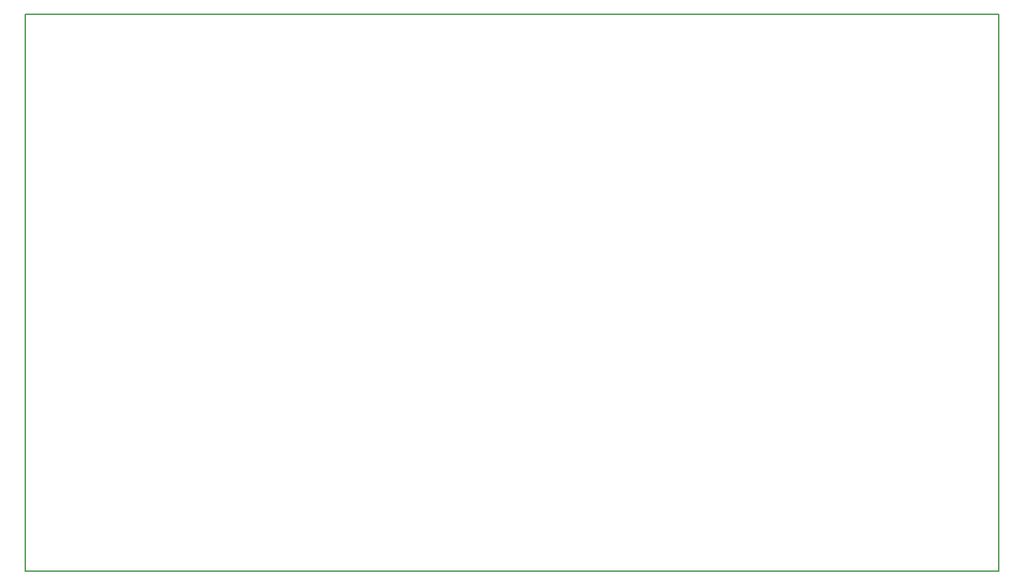
<source format=gbo>
G04 MADE WITH FRITZING*
G04 WWW.FRITZING.ORG*
G04 DOUBLE SIDED*
G04 HOLES PLATED*
G04 CONTOUR ON CENTER OF CONTOUR VECTOR*
%ASAXBY*%
%FSLAX23Y23*%
%MOIN*%
%OFA0B0*%
%SFA1.0B1.0*%
%ADD10R,5.018520X2.874070X5.002520X2.858070*%
%ADD11C,0.008000*%
%LNSILK0*%
G90*
G70*
G54D11*
X4Y2870D02*
X5015Y2870D01*
X5015Y4D01*
X4Y4D01*
X4Y2870D01*
D02*
G04 End of Silk0*
M02*
</source>
